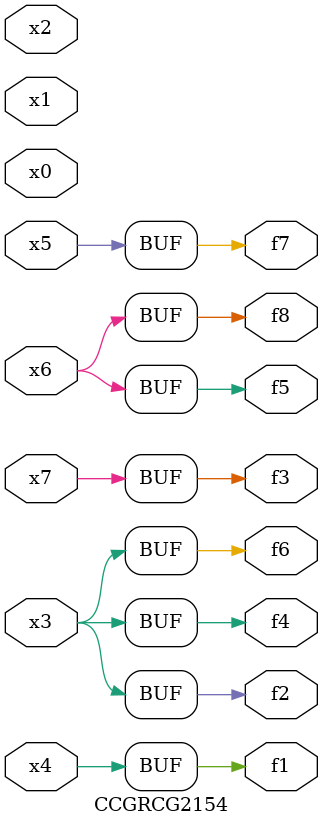
<source format=v>
module CCGRCG2154(
	input x0, x1, x2, x3, x4, x5, x6, x7,
	output f1, f2, f3, f4, f5, f6, f7, f8
);
	assign f1 = x4;
	assign f2 = x3;
	assign f3 = x7;
	assign f4 = x3;
	assign f5 = x6;
	assign f6 = x3;
	assign f7 = x5;
	assign f8 = x6;
endmodule

</source>
